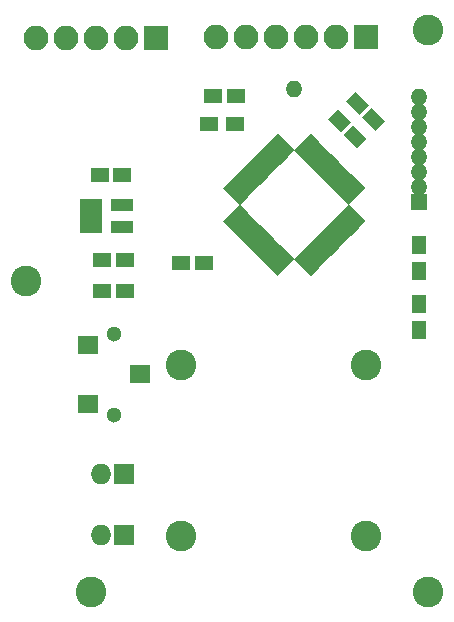
<source format=gts>
G04 #@! TF.FileFunction,Soldermask,Top*
%FSLAX46Y46*%
G04 Gerber Fmt 4.6, Leading zero omitted, Abs format (unit mm)*
G04 Created by KiCad (PCBNEW 4.0.4-stable) date Thursday, September 28, 2017 'AMt' 07:08:36 AM*
%MOMM*%
%LPD*%
G01*
G04 APERTURE LIST*
%ADD10C,0.100000*%
%ADD11R,1.400000X1.400000*%
%ADD12O,1.400000X1.400000*%
%ADD13R,2.100000X2.100000*%
%ADD14O,2.100000X2.100000*%
%ADD15C,2.600000*%
%ADD16R,1.600000X1.150000*%
%ADD17R,1.300000X1.600000*%
%ADD18R,1.600000X1.300000*%
%ADD19R,1.800000X1.600000*%
%ADD20C,1.300000*%
%ADD21R,1.960000X1.050000*%
%ADD22R,1.750000X1.750000*%
%ADD23O,1.750000X1.750000*%
G04 APERTURE END LIST*
D10*
D11*
X175300000Y-112290000D03*
D12*
X175300000Y-111020000D03*
X175300000Y-109750000D03*
X175300000Y-108480000D03*
X175300000Y-107210000D03*
X175300000Y-105940000D03*
X175300000Y-104670000D03*
X175300000Y-103400000D03*
X164700000Y-102745000D03*
D13*
X153000000Y-98400000D03*
D14*
X150460000Y-98400000D03*
X147920000Y-98400000D03*
X145380000Y-98400000D03*
X142840000Y-98400000D03*
D13*
X170800000Y-98300000D03*
D14*
X168260000Y-98300000D03*
X165720000Y-98300000D03*
X163180000Y-98300000D03*
X160640000Y-98300000D03*
X158100000Y-98300000D03*
D15*
X170800000Y-140600000D03*
X155100000Y-140600000D03*
X170800000Y-126100000D03*
X155100000Y-126100000D03*
D10*
G36*
X159343666Y-114568288D02*
X158671914Y-113896536D01*
X160086128Y-112482322D01*
X160757880Y-113154074D01*
X159343666Y-114568288D01*
X159343666Y-114568288D01*
G37*
G36*
X159909352Y-115133973D02*
X159237600Y-114462221D01*
X160651814Y-113048007D01*
X161323566Y-113719759D01*
X159909352Y-115133973D01*
X159909352Y-115133973D01*
G37*
G36*
X160475037Y-115699659D02*
X159803285Y-115027907D01*
X161217499Y-113613693D01*
X161889251Y-114285445D01*
X160475037Y-115699659D01*
X160475037Y-115699659D01*
G37*
G36*
X161040722Y-116265344D02*
X160368970Y-115593592D01*
X161783184Y-114179378D01*
X162454936Y-114851130D01*
X161040722Y-116265344D01*
X161040722Y-116265344D01*
G37*
G36*
X161606408Y-116831030D02*
X160934656Y-116159278D01*
X162348870Y-114745064D01*
X163020622Y-115416816D01*
X161606408Y-116831030D01*
X161606408Y-116831030D01*
G37*
G36*
X162172093Y-117396715D02*
X161500341Y-116724963D01*
X162914555Y-115310749D01*
X163586307Y-115982501D01*
X162172093Y-117396715D01*
X162172093Y-117396715D01*
G37*
G36*
X162737779Y-117962400D02*
X162066027Y-117290648D01*
X163480241Y-115876434D01*
X164151993Y-116548186D01*
X162737779Y-117962400D01*
X162737779Y-117962400D01*
G37*
G36*
X163303464Y-118528086D02*
X162631712Y-117856334D01*
X164045926Y-116442120D01*
X164717678Y-117113872D01*
X163303464Y-118528086D01*
X163303464Y-118528086D01*
G37*
G36*
X166768288Y-117856334D02*
X166096536Y-118528086D01*
X164682322Y-117113872D01*
X165354074Y-116442120D01*
X166768288Y-117856334D01*
X166768288Y-117856334D01*
G37*
G36*
X167333973Y-117290648D02*
X166662221Y-117962400D01*
X165248007Y-116548186D01*
X165919759Y-115876434D01*
X167333973Y-117290648D01*
X167333973Y-117290648D01*
G37*
G36*
X167899659Y-116724963D02*
X167227907Y-117396715D01*
X165813693Y-115982501D01*
X166485445Y-115310749D01*
X167899659Y-116724963D01*
X167899659Y-116724963D01*
G37*
G36*
X168465344Y-116159278D02*
X167793592Y-116831030D01*
X166379378Y-115416816D01*
X167051130Y-114745064D01*
X168465344Y-116159278D01*
X168465344Y-116159278D01*
G37*
G36*
X169031030Y-115593592D02*
X168359278Y-116265344D01*
X166945064Y-114851130D01*
X167616816Y-114179378D01*
X169031030Y-115593592D01*
X169031030Y-115593592D01*
G37*
G36*
X169596715Y-115027907D02*
X168924963Y-115699659D01*
X167510749Y-114285445D01*
X168182501Y-113613693D01*
X169596715Y-115027907D01*
X169596715Y-115027907D01*
G37*
G36*
X170162400Y-114462221D02*
X169490648Y-115133973D01*
X168076434Y-113719759D01*
X168748186Y-113048007D01*
X170162400Y-114462221D01*
X170162400Y-114462221D01*
G37*
G36*
X170728086Y-113896536D02*
X170056334Y-114568288D01*
X168642120Y-113154074D01*
X169313872Y-112482322D01*
X170728086Y-113896536D01*
X170728086Y-113896536D01*
G37*
G36*
X169313872Y-112517678D02*
X168642120Y-111845926D01*
X170056334Y-110431712D01*
X170728086Y-111103464D01*
X169313872Y-112517678D01*
X169313872Y-112517678D01*
G37*
G36*
X168748186Y-111951993D02*
X168076434Y-111280241D01*
X169490648Y-109866027D01*
X170162400Y-110537779D01*
X168748186Y-111951993D01*
X168748186Y-111951993D01*
G37*
G36*
X168182501Y-111386307D02*
X167510749Y-110714555D01*
X168924963Y-109300341D01*
X169596715Y-109972093D01*
X168182501Y-111386307D01*
X168182501Y-111386307D01*
G37*
G36*
X167616816Y-110820622D02*
X166945064Y-110148870D01*
X168359278Y-108734656D01*
X169031030Y-109406408D01*
X167616816Y-110820622D01*
X167616816Y-110820622D01*
G37*
G36*
X167051130Y-110254936D02*
X166379378Y-109583184D01*
X167793592Y-108168970D01*
X168465344Y-108840722D01*
X167051130Y-110254936D01*
X167051130Y-110254936D01*
G37*
G36*
X166485445Y-109689251D02*
X165813693Y-109017499D01*
X167227907Y-107603285D01*
X167899659Y-108275037D01*
X166485445Y-109689251D01*
X166485445Y-109689251D01*
G37*
G36*
X165919759Y-109123566D02*
X165248007Y-108451814D01*
X166662221Y-107037600D01*
X167333973Y-107709352D01*
X165919759Y-109123566D01*
X165919759Y-109123566D01*
G37*
G36*
X165354074Y-108557880D02*
X164682322Y-107886128D01*
X166096536Y-106471914D01*
X166768288Y-107143666D01*
X165354074Y-108557880D01*
X165354074Y-108557880D01*
G37*
G36*
X164717678Y-107886128D02*
X164045926Y-108557880D01*
X162631712Y-107143666D01*
X163303464Y-106471914D01*
X164717678Y-107886128D01*
X164717678Y-107886128D01*
G37*
G36*
X164151993Y-108451814D02*
X163480241Y-109123566D01*
X162066027Y-107709352D01*
X162737779Y-107037600D01*
X164151993Y-108451814D01*
X164151993Y-108451814D01*
G37*
G36*
X163586307Y-109017499D02*
X162914555Y-109689251D01*
X161500341Y-108275037D01*
X162172093Y-107603285D01*
X163586307Y-109017499D01*
X163586307Y-109017499D01*
G37*
G36*
X163020622Y-109583184D02*
X162348870Y-110254936D01*
X160934656Y-108840722D01*
X161606408Y-108168970D01*
X163020622Y-109583184D01*
X163020622Y-109583184D01*
G37*
G36*
X162454936Y-110148870D02*
X161783184Y-110820622D01*
X160368970Y-109406408D01*
X161040722Y-108734656D01*
X162454936Y-110148870D01*
X162454936Y-110148870D01*
G37*
G36*
X161889251Y-110714555D02*
X161217499Y-111386307D01*
X159803285Y-109972093D01*
X160475037Y-109300341D01*
X161889251Y-110714555D01*
X161889251Y-110714555D01*
G37*
G36*
X161323566Y-111280241D02*
X160651814Y-111951993D01*
X159237600Y-110537779D01*
X159909352Y-109866027D01*
X161323566Y-111280241D01*
X161323566Y-111280241D01*
G37*
G36*
X160757880Y-111845926D02*
X160086128Y-112517678D01*
X158671914Y-111103464D01*
X159343666Y-110431712D01*
X160757880Y-111845926D01*
X160757880Y-111845926D01*
G37*
D15*
X176000000Y-145300000D03*
X176000000Y-97700000D03*
X147500000Y-145300000D03*
D10*
G36*
X170844023Y-106930850D02*
X170030850Y-107744023D01*
X168899479Y-106612652D01*
X169712652Y-105799479D01*
X170844023Y-106930850D01*
X170844023Y-106930850D01*
G37*
G36*
X169500521Y-105587348D02*
X168687348Y-106400521D01*
X167555977Y-105269150D01*
X168369150Y-104455977D01*
X169500521Y-105587348D01*
X169500521Y-105587348D01*
G37*
D16*
X157050000Y-117500000D03*
X155150000Y-117500000D03*
X159750000Y-103300000D03*
X157850000Y-103300000D03*
D10*
G36*
X172344023Y-105430850D02*
X171530850Y-106244023D01*
X170399479Y-105112652D01*
X171212652Y-104299479D01*
X172344023Y-105430850D01*
X172344023Y-105430850D01*
G37*
G36*
X171000521Y-104087348D02*
X170187348Y-104900521D01*
X169055977Y-103769150D01*
X169869150Y-102955977D01*
X171000521Y-104087348D01*
X171000521Y-104087348D01*
G37*
D16*
X148450000Y-119800000D03*
X150350000Y-119800000D03*
X150350000Y-117200000D03*
X148450000Y-117200000D03*
X150150000Y-110000000D03*
X148250000Y-110000000D03*
D17*
X175300000Y-115900000D03*
X175300000Y-118100000D03*
D18*
X157500000Y-105700000D03*
X159700000Y-105700000D03*
D19*
X147200000Y-124400000D03*
X147200000Y-129400000D03*
X151600000Y-126900000D03*
D20*
X149400000Y-123500000D03*
X149400000Y-130300000D03*
D21*
X147450000Y-112550000D03*
X147450000Y-113500000D03*
X147450000Y-114450000D03*
X150150000Y-114450000D03*
X150150000Y-112550000D03*
D22*
X150300000Y-135300000D03*
D23*
X148300000Y-135300000D03*
D17*
X175300000Y-123100000D03*
X175300000Y-120900000D03*
D22*
X150300000Y-140462000D03*
D23*
X148300000Y-140462000D03*
D15*
X142000000Y-119000000D03*
M02*

</source>
